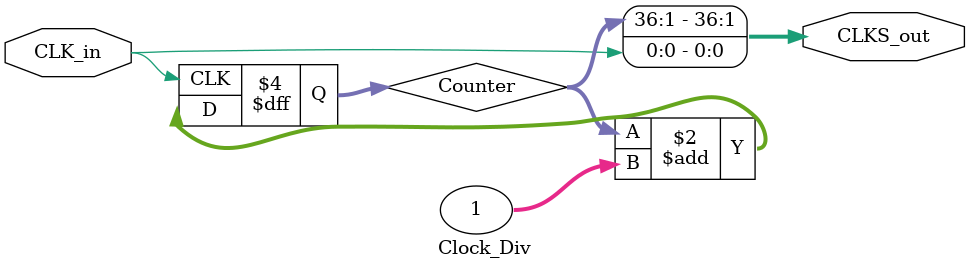
<source format=sv>
module Clock_Div
	#(parameter SIZE = 36)	// divides by 2^i for i = 0 to i = 36
	(
		input logic CLK_in,
		output logic [SIZE:0] CLKS_out
	);
	
	logic [SIZE:1] Counter;
	initial Counter = 'd0;
	
	always_ff @(posedge CLK_in)
		Counter <= Counter + 1;

	assign CLKS_out = {Counter, CLK_in};
endmodule // Clock_Div

/* Clock fequency and period
   at various taps of CLKS_OUT

	              Frequency		   Period
______________________________________
CLOCK_50[0]     50.00	MHz	  20.00	ns
CLKS_out[1]     25.00	MHz     40.00	ns
CLKS_out[2]	    12.50	MHz     80.00	ns
CLKS_out[3]      6.25	MHz    160.00	ns
CLKS_out[4]      3.13	MHz    320.00	ns
CLKS_out[5]	     1.56	MHz	 640.00	ns
CLKS_out[6]	   781.25	KHz	   1.28	us
CLKS_out[7]	   390.63	KHz	   2.56	us
CLKS_out[8]	   195.31	KHz	   5.12	us
CLKS_out[9]	    97.66	KHz	  10.24	us
CLKS_out[10]    48.83	KHz	  20.48	us
CLKS_out[11]	  24.41	KHz	   40.96	us
CLKS_out[12]	  12.21	KHz	   81.92	us
CLKS_out[13]	   6.10	KHz	  163.84	us
CLKS_out[14]	   3.05	KHz	  327.68	us
CLKS_out[15]	   1.53	KHz	  655.36	us
CLKS_out[16]   762.94	Hz	     	 1.31	ms
CLKS_out[17]	 381.47	Hz	       2.62	ms
CLKS_out[18]	 190.73	Hz	       5.24	ms
CLKS_out[19]	  95.37	Hz	      10.49	ms
CLKS_out[20]	  47.68	Hz	      20.97	ms
CLKS_out[21]	  23.84	Hz       41.94	ms
CLKS_out[22]	  11.92	Hz	      83.89	ms
CLKS_out[23]	   5.96	Hz	     167.77	ms
CLKS_out[24]	   2.98	Hz	     335.54	ms
CLKS_out[25]	   1.49	Hz      671.09	ms
CLKS_out[26]   745.06	milliHz	 1.34	sec
CLKS_out[27]	 372.53	milliHz	 2.68	sec
CLKS_out[28]	 186.26	milliHz	 5.37	sec
CLKS_out[29]	  93.13	milliHz	10.74	sec
CLKS_out[30]	  46.57	milliHz	21.47	sec
CLKS_out[31]	  23.28	milliHz	42.95	sec
CLKS_out[32]	  11.64	milliHz	 1.43	min
CLKS_out[33]	  5.82	milliHz	 2.86	min
CLKS_out[34]	  2.91	milliHz	 5.73	min
CLKS_out[35]	  1.46	milliHz	11.45	min
CLKS_out[36]	  0.73  milliHz	22.91	min
*/

</source>
